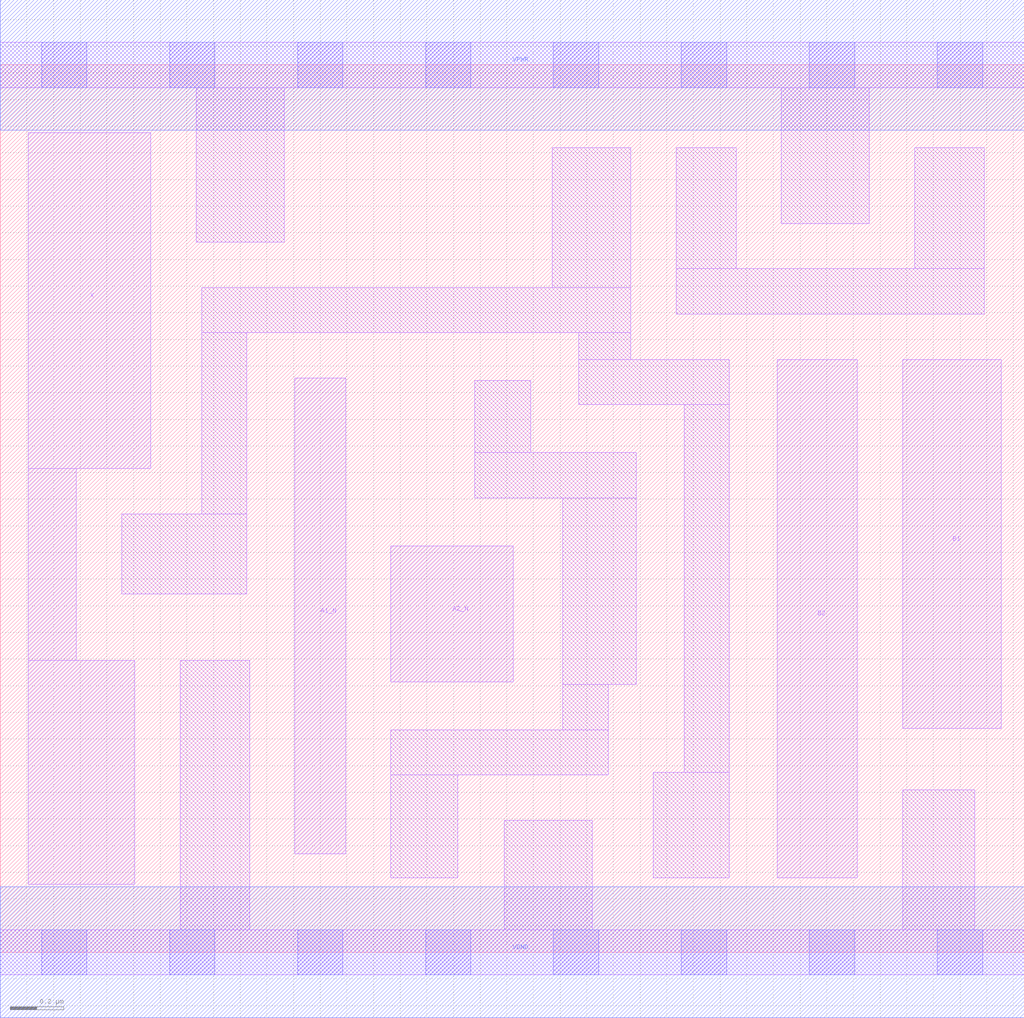
<source format=lef>
# Copyright 2020 The SkyWater PDK Authors
#
# Licensed under the Apache License, Version 2.0 (the "License");
# you may not use this file except in compliance with the License.
# You may obtain a copy of the License at
#
#     https://www.apache.org/licenses/LICENSE-2.0
#
# Unless required by applicable law or agreed to in writing, software
# distributed under the License is distributed on an "AS IS" BASIS,
# WITHOUT WARRANTIES OR CONDITIONS OF ANY KIND, either express or implied.
# See the License for the specific language governing permissions and
# limitations under the License.
#
# SPDX-License-Identifier: Apache-2.0

VERSION 5.7 ;
  NAMESCASESENSITIVE ON ;
  NOWIREEXTENSIONATPIN ON ;
  DIVIDERCHAR "/" ;
  BUSBITCHARS "[]" ;
UNITS
  DATABASE MICRONS 200 ;
END UNITS
MACRO sky130_fd_sc_lp__a2bb2o_1
  CLASS CORE ;
  SOURCE USER ;
  FOREIGN sky130_fd_sc_lp__a2bb2o_1 ;
  ORIGIN  0.000000  0.000000 ;
  SIZE  3.840000 BY  3.330000 ;
  SYMMETRY X Y R90 ;
  SITE unit ;
  PIN A1_N
    ANTENNAGATEAREA  0.126000 ;
    DIRECTION INPUT ;
    USE SIGNAL ;
    PORT
      LAYER li1 ;
        RECT 1.105000 0.370000 1.295000 2.155000 ;
    END
  END A1_N
  PIN A2_N
    ANTENNAGATEAREA  0.126000 ;
    DIRECTION INPUT ;
    USE SIGNAL ;
    PORT
      LAYER li1 ;
        RECT 1.465000 1.015000 1.925000 1.525000 ;
    END
  END A2_N
  PIN B1
    ANTENNAGATEAREA  0.126000 ;
    DIRECTION INPUT ;
    USE SIGNAL ;
    PORT
      LAYER li1 ;
        RECT 3.385000 0.840000 3.755000 2.225000 ;
    END
  END B1
  PIN B2
    ANTENNAGATEAREA  0.126000 ;
    DIRECTION INPUT ;
    USE SIGNAL ;
    PORT
      LAYER li1 ;
        RECT 2.915000 0.280000 3.215000 2.225000 ;
    END
  END B2
  PIN X
    ANTENNADIFFAREA  0.556500 ;
    DIRECTION OUTPUT ;
    USE SIGNAL ;
    PORT
      LAYER li1 ;
        RECT 0.105000 0.255000 0.505000 1.095000 ;
        RECT 0.105000 1.095000 0.285000 1.815000 ;
        RECT 0.105000 1.815000 0.565000 3.075000 ;
    END
  END X
  PIN VGND
    DIRECTION INOUT ;
    USE GROUND ;
    PORT
      LAYER met1 ;
        RECT 0.000000 -0.245000 3.840000 0.245000 ;
    END
  END VGND
  PIN VPWR
    DIRECTION INOUT ;
    USE POWER ;
    PORT
      LAYER met1 ;
        RECT 0.000000 3.085000 3.840000 3.575000 ;
    END
  END VPWR
  OBS
    LAYER li1 ;
      RECT 0.000000 -0.085000 3.840000 0.085000 ;
      RECT 0.000000  3.245000 3.840000 3.415000 ;
      RECT 0.455000  1.345000 0.925000 1.645000 ;
      RECT 0.675000  0.085000 0.935000 1.095000 ;
      RECT 0.735000  2.665000 1.065000 3.245000 ;
      RECT 0.755000  1.645000 0.925000 2.325000 ;
      RECT 0.755000  2.325000 2.365000 2.495000 ;
      RECT 1.465000  0.280000 1.715000 0.665000 ;
      RECT 1.465000  0.665000 2.280000 0.835000 ;
      RECT 1.780000  1.705000 2.385000 1.875000 ;
      RECT 1.780000  1.875000 1.990000 2.145000 ;
      RECT 1.890000  0.085000 2.220000 0.495000 ;
      RECT 2.070000  2.495000 2.365000 3.020000 ;
      RECT 2.110000  0.835000 2.280000 1.005000 ;
      RECT 2.110000  1.005000 2.385000 1.705000 ;
      RECT 2.170000  2.055000 2.735000 2.225000 ;
      RECT 2.170000  2.225000 2.365000 2.325000 ;
      RECT 2.450000  0.280000 2.735000 0.675000 ;
      RECT 2.535000  2.395000 3.690000 2.565000 ;
      RECT 2.535000  2.565000 2.760000 3.020000 ;
      RECT 2.565000  0.675000 2.735000 2.055000 ;
      RECT 2.930000  2.735000 3.260000 3.245000 ;
      RECT 3.385000  0.085000 3.655000 0.610000 ;
      RECT 3.430000  2.565000 3.690000 3.020000 ;
    LAYER mcon ;
      RECT 0.155000 -0.085000 0.325000 0.085000 ;
      RECT 0.155000  3.245000 0.325000 3.415000 ;
      RECT 0.635000 -0.085000 0.805000 0.085000 ;
      RECT 0.635000  3.245000 0.805000 3.415000 ;
      RECT 1.115000 -0.085000 1.285000 0.085000 ;
      RECT 1.115000  3.245000 1.285000 3.415000 ;
      RECT 1.595000 -0.085000 1.765000 0.085000 ;
      RECT 1.595000  3.245000 1.765000 3.415000 ;
      RECT 2.075000 -0.085000 2.245000 0.085000 ;
      RECT 2.075000  3.245000 2.245000 3.415000 ;
      RECT 2.555000 -0.085000 2.725000 0.085000 ;
      RECT 2.555000  3.245000 2.725000 3.415000 ;
      RECT 3.035000 -0.085000 3.205000 0.085000 ;
      RECT 3.035000  3.245000 3.205000 3.415000 ;
      RECT 3.515000 -0.085000 3.685000 0.085000 ;
      RECT 3.515000  3.245000 3.685000 3.415000 ;
  END
END sky130_fd_sc_lp__a2bb2o_1

</source>
